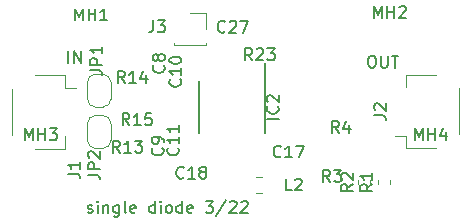
<source format=gto>
G04 #@! TF.GenerationSoftware,KiCad,Pcbnew,(5.1.5-0)*
G04 #@! TF.CreationDate,2022-04-01T08:47:15-06:00*
G04 #@! TF.ProjectId,two-wire-single,74776f2d-7769-4726-952d-73696e676c65,rev?*
G04 #@! TF.SameCoordinates,Original*
G04 #@! TF.FileFunction,Legend,Top*
G04 #@! TF.FilePolarity,Positive*
%FSLAX46Y46*%
G04 Gerber Fmt 4.6, Leading zero omitted, Abs format (unit mm)*
G04 Created by KiCad (PCBNEW (5.1.5-0)) date 2022-04-01 08:47:15*
%MOMM*%
%LPD*%
G04 APERTURE LIST*
%ADD10C,0.150000*%
%ADD11C,0.120000*%
G04 APERTURE END LIST*
D10*
X106964285Y-99054761D02*
X107059523Y-99102380D01*
X107250000Y-99102380D01*
X107345238Y-99054761D01*
X107392857Y-98959523D01*
X107392857Y-98911904D01*
X107345238Y-98816666D01*
X107250000Y-98769047D01*
X107107142Y-98769047D01*
X107011904Y-98721428D01*
X106964285Y-98626190D01*
X106964285Y-98578571D01*
X107011904Y-98483333D01*
X107107142Y-98435714D01*
X107250000Y-98435714D01*
X107345238Y-98483333D01*
X107821428Y-99102380D02*
X107821428Y-98435714D01*
X107821428Y-98102380D02*
X107773809Y-98150000D01*
X107821428Y-98197619D01*
X107869047Y-98150000D01*
X107821428Y-98102380D01*
X107821428Y-98197619D01*
X108297619Y-98435714D02*
X108297619Y-99102380D01*
X108297619Y-98530952D02*
X108345238Y-98483333D01*
X108440476Y-98435714D01*
X108583333Y-98435714D01*
X108678571Y-98483333D01*
X108726190Y-98578571D01*
X108726190Y-99102380D01*
X109630952Y-98435714D02*
X109630952Y-99245238D01*
X109583333Y-99340476D01*
X109535714Y-99388095D01*
X109440476Y-99435714D01*
X109297619Y-99435714D01*
X109202380Y-99388095D01*
X109630952Y-99054761D02*
X109535714Y-99102380D01*
X109345238Y-99102380D01*
X109250000Y-99054761D01*
X109202380Y-99007142D01*
X109154761Y-98911904D01*
X109154761Y-98626190D01*
X109202380Y-98530952D01*
X109250000Y-98483333D01*
X109345238Y-98435714D01*
X109535714Y-98435714D01*
X109630952Y-98483333D01*
X110250000Y-99102380D02*
X110154761Y-99054761D01*
X110107142Y-98959523D01*
X110107142Y-98102380D01*
X111011904Y-99054761D02*
X110916666Y-99102380D01*
X110726190Y-99102380D01*
X110630952Y-99054761D01*
X110583333Y-98959523D01*
X110583333Y-98578571D01*
X110630952Y-98483333D01*
X110726190Y-98435714D01*
X110916666Y-98435714D01*
X111011904Y-98483333D01*
X111059523Y-98578571D01*
X111059523Y-98673809D01*
X110583333Y-98769047D01*
X112678571Y-99102380D02*
X112678571Y-98102380D01*
X112678571Y-99054761D02*
X112583333Y-99102380D01*
X112392857Y-99102380D01*
X112297619Y-99054761D01*
X112250000Y-99007142D01*
X112202380Y-98911904D01*
X112202380Y-98626190D01*
X112250000Y-98530952D01*
X112297619Y-98483333D01*
X112392857Y-98435714D01*
X112583333Y-98435714D01*
X112678571Y-98483333D01*
X113154761Y-99102380D02*
X113154761Y-98435714D01*
X113154761Y-98102380D02*
X113107142Y-98150000D01*
X113154761Y-98197619D01*
X113202380Y-98150000D01*
X113154761Y-98102380D01*
X113154761Y-98197619D01*
X113773809Y-99102380D02*
X113678571Y-99054761D01*
X113630952Y-99007142D01*
X113583333Y-98911904D01*
X113583333Y-98626190D01*
X113630952Y-98530952D01*
X113678571Y-98483333D01*
X113773809Y-98435714D01*
X113916666Y-98435714D01*
X114011904Y-98483333D01*
X114059523Y-98530952D01*
X114107142Y-98626190D01*
X114107142Y-98911904D01*
X114059523Y-99007142D01*
X114011904Y-99054761D01*
X113916666Y-99102380D01*
X113773809Y-99102380D01*
X114964285Y-99102380D02*
X114964285Y-98102380D01*
X114964285Y-99054761D02*
X114869047Y-99102380D01*
X114678571Y-99102380D01*
X114583333Y-99054761D01*
X114535714Y-99007142D01*
X114488095Y-98911904D01*
X114488095Y-98626190D01*
X114535714Y-98530952D01*
X114583333Y-98483333D01*
X114678571Y-98435714D01*
X114869047Y-98435714D01*
X114964285Y-98483333D01*
X115821428Y-99054761D02*
X115726190Y-99102380D01*
X115535714Y-99102380D01*
X115440476Y-99054761D01*
X115392857Y-98959523D01*
X115392857Y-98578571D01*
X115440476Y-98483333D01*
X115535714Y-98435714D01*
X115726190Y-98435714D01*
X115821428Y-98483333D01*
X115869047Y-98578571D01*
X115869047Y-98673809D01*
X115392857Y-98769047D01*
X116964285Y-98102380D02*
X117583333Y-98102380D01*
X117250000Y-98483333D01*
X117392857Y-98483333D01*
X117488095Y-98530952D01*
X117535714Y-98578571D01*
X117583333Y-98673809D01*
X117583333Y-98911904D01*
X117535714Y-99007142D01*
X117488095Y-99054761D01*
X117392857Y-99102380D01*
X117107142Y-99102380D01*
X117011904Y-99054761D01*
X116964285Y-99007142D01*
X118726190Y-98054761D02*
X117869047Y-99340476D01*
X119011904Y-98197619D02*
X119059523Y-98150000D01*
X119154761Y-98102380D01*
X119392857Y-98102380D01*
X119488095Y-98150000D01*
X119535714Y-98197619D01*
X119583333Y-98292857D01*
X119583333Y-98388095D01*
X119535714Y-98530952D01*
X118964285Y-99102380D01*
X119583333Y-99102380D01*
X119964285Y-98197619D02*
X120011904Y-98150000D01*
X120107142Y-98102380D01*
X120345238Y-98102380D01*
X120440476Y-98150000D01*
X120488095Y-98197619D01*
X120535714Y-98292857D01*
X120535714Y-98388095D01*
X120488095Y-98530952D01*
X119916666Y-99102380D01*
X120535714Y-99102380D01*
X130950000Y-85802380D02*
X131140476Y-85802380D01*
X131235714Y-85850000D01*
X131330952Y-85945238D01*
X131378571Y-86135714D01*
X131378571Y-86469047D01*
X131330952Y-86659523D01*
X131235714Y-86754761D01*
X131140476Y-86802380D01*
X130950000Y-86802380D01*
X130854761Y-86754761D01*
X130759523Y-86659523D01*
X130711904Y-86469047D01*
X130711904Y-86135714D01*
X130759523Y-85945238D01*
X130854761Y-85850000D01*
X130950000Y-85802380D01*
X131807142Y-85802380D02*
X131807142Y-86611904D01*
X131854761Y-86707142D01*
X131902380Y-86754761D01*
X131997619Y-86802380D01*
X132188095Y-86802380D01*
X132283333Y-86754761D01*
X132330952Y-86707142D01*
X132378571Y-86611904D01*
X132378571Y-85802380D01*
X132711904Y-85802380D02*
X133283333Y-85802380D01*
X132997619Y-86802380D02*
X132997619Y-85802380D01*
X105326190Y-86402380D02*
X105326190Y-85402380D01*
X105802380Y-86402380D02*
X105802380Y-85402380D01*
X106373809Y-86402380D01*
X106373809Y-85402380D01*
D11*
X115650000Y-82220000D02*
X116980000Y-82220000D01*
X116980000Y-82220000D02*
X116980000Y-83550000D01*
X116980000Y-84760000D02*
X116980000Y-84880000D01*
X114320000Y-84760000D02*
X114320000Y-84880000D01*
X114320000Y-84880000D02*
X116980000Y-84880000D01*
X138435000Y-92440000D02*
X138435000Y-88560000D01*
X133965000Y-87390000D02*
X133965000Y-88440000D01*
X136465000Y-87390000D02*
X133965000Y-87390000D01*
X133965000Y-92560000D02*
X132975000Y-92560000D01*
X133965000Y-93610000D02*
X133965000Y-92560000D01*
X136465000Y-93610000D02*
X133965000Y-93610000D01*
X130910000Y-96671267D02*
X130910000Y-96328733D01*
X129890000Y-96671267D02*
X129890000Y-96328733D01*
X132560000Y-96671267D02*
X132560000Y-96328733D01*
X131540000Y-96671267D02*
X131540000Y-96328733D01*
X108950000Y-91550000D02*
X108950000Y-92950000D01*
X108250000Y-93650000D02*
X107650000Y-93650000D01*
X106950000Y-92950000D02*
X106950000Y-91550000D01*
X107650000Y-90850000D02*
X108250000Y-90850000D01*
X108250000Y-90850000D02*
G75*
G02X108950000Y-91550000I0J-700000D01*
G01*
X106950000Y-91550000D02*
G75*
G02X107650000Y-90850000I700000J0D01*
G01*
X107650000Y-93650000D02*
G75*
G02X106950000Y-92950000I0J700000D01*
G01*
X108950000Y-92950000D02*
G75*
G02X108250000Y-93650000I-700000J0D01*
G01*
X108950000Y-88050000D02*
X108950000Y-89450000D01*
X108250000Y-90150000D02*
X107650000Y-90150000D01*
X106950000Y-89450000D02*
X106950000Y-88050000D01*
X107650000Y-87350000D02*
X108250000Y-87350000D01*
X108250000Y-87350000D02*
G75*
G02X108950000Y-88050000I0J-700000D01*
G01*
X106950000Y-88050000D02*
G75*
G02X107650000Y-87350000I700000J0D01*
G01*
X107650000Y-90150000D02*
G75*
G02X106950000Y-89450000I0J700000D01*
G01*
X108950000Y-89450000D02*
G75*
G02X108250000Y-90150000I-700000J0D01*
G01*
X100565000Y-88610000D02*
X100565000Y-92490000D01*
X105035000Y-93660000D02*
X105035000Y-92610000D01*
X102535000Y-93660000D02*
X105035000Y-93660000D01*
X105035000Y-88490000D02*
X106025000Y-88490000D01*
X105035000Y-87440000D02*
X105035000Y-88490000D01*
X102535000Y-87440000D02*
X105035000Y-87440000D01*
D10*
X121950000Y-86375000D02*
X121950000Y-92350000D01*
X116425000Y-87950000D02*
X116425000Y-92350000D01*
D11*
X121711252Y-96040000D02*
X121188748Y-96040000D01*
X121711252Y-97460000D02*
X121188748Y-97460000D01*
D10*
X128248333Y-92332380D02*
X127915000Y-91856190D01*
X127676904Y-92332380D02*
X127676904Y-91332380D01*
X128057857Y-91332380D01*
X128153095Y-91380000D01*
X128200714Y-91427619D01*
X128248333Y-91522857D01*
X128248333Y-91665714D01*
X128200714Y-91760952D01*
X128153095Y-91808571D01*
X128057857Y-91856190D01*
X127676904Y-91856190D01*
X129105476Y-91665714D02*
X129105476Y-92332380D01*
X128867380Y-91284761D02*
X128629285Y-91999047D01*
X129248333Y-91999047D01*
X127498333Y-96472380D02*
X127165000Y-95996190D01*
X126926904Y-96472380D02*
X126926904Y-95472380D01*
X127307857Y-95472380D01*
X127403095Y-95520000D01*
X127450714Y-95567619D01*
X127498333Y-95662857D01*
X127498333Y-95805714D01*
X127450714Y-95900952D01*
X127403095Y-95948571D01*
X127307857Y-95996190D01*
X126926904Y-95996190D01*
X127831666Y-95472380D02*
X128450714Y-95472380D01*
X128117380Y-95853333D01*
X128260238Y-95853333D01*
X128355476Y-95900952D01*
X128403095Y-95948571D01*
X128450714Y-96043809D01*
X128450714Y-96281904D01*
X128403095Y-96377142D01*
X128355476Y-96424761D01*
X128260238Y-96472380D01*
X127974523Y-96472380D01*
X127879285Y-96424761D01*
X127831666Y-96377142D01*
X112516666Y-82802380D02*
X112516666Y-83516666D01*
X112469047Y-83659523D01*
X112373809Y-83754761D01*
X112230952Y-83802380D01*
X112135714Y-83802380D01*
X112897619Y-82802380D02*
X113516666Y-82802380D01*
X113183333Y-83183333D01*
X113326190Y-83183333D01*
X113421428Y-83230952D01*
X113469047Y-83278571D01*
X113516666Y-83373809D01*
X113516666Y-83611904D01*
X113469047Y-83707142D01*
X113421428Y-83754761D01*
X113326190Y-83802380D01*
X113040476Y-83802380D01*
X112945238Y-83754761D01*
X112897619Y-83707142D01*
X131222380Y-90833333D02*
X131936666Y-90833333D01*
X132079523Y-90880952D01*
X132174761Y-90976190D01*
X132222380Y-91119047D01*
X132222380Y-91214285D01*
X131317619Y-90404761D02*
X131270000Y-90357142D01*
X131222380Y-90261904D01*
X131222380Y-90023809D01*
X131270000Y-89928571D01*
X131317619Y-89880952D01*
X131412857Y-89833333D01*
X131508095Y-89833333D01*
X131650952Y-89880952D01*
X132222380Y-90452380D01*
X132222380Y-89833333D01*
X129422380Y-96666666D02*
X128946190Y-97000000D01*
X129422380Y-97238095D02*
X128422380Y-97238095D01*
X128422380Y-96857142D01*
X128470000Y-96761904D01*
X128517619Y-96714285D01*
X128612857Y-96666666D01*
X128755714Y-96666666D01*
X128850952Y-96714285D01*
X128898571Y-96761904D01*
X128946190Y-96857142D01*
X128946190Y-97238095D01*
X128517619Y-96285714D02*
X128470000Y-96238095D01*
X128422380Y-96142857D01*
X128422380Y-95904761D01*
X128470000Y-95809523D01*
X128517619Y-95761904D01*
X128612857Y-95714285D01*
X128708095Y-95714285D01*
X128850952Y-95761904D01*
X129422380Y-96333333D01*
X129422380Y-95714285D01*
X131072380Y-96666666D02*
X130596190Y-97000000D01*
X131072380Y-97238095D02*
X130072380Y-97238095D01*
X130072380Y-96857142D01*
X130120000Y-96761904D01*
X130167619Y-96714285D01*
X130262857Y-96666666D01*
X130405714Y-96666666D01*
X130500952Y-96714285D01*
X130548571Y-96761904D01*
X130596190Y-96857142D01*
X130596190Y-97238095D01*
X131072380Y-95714285D02*
X131072380Y-96285714D01*
X131072380Y-96000000D02*
X130072380Y-96000000D01*
X130215238Y-96095238D01*
X130310476Y-96190476D01*
X130358095Y-96285714D01*
X105916666Y-82802380D02*
X105916666Y-81802380D01*
X106250000Y-82516666D01*
X106583333Y-81802380D01*
X106583333Y-82802380D01*
X107059523Y-82802380D02*
X107059523Y-81802380D01*
X107059523Y-82278571D02*
X107630952Y-82278571D01*
X107630952Y-82802380D02*
X107630952Y-81802380D01*
X108630952Y-82802380D02*
X108059523Y-82802380D01*
X108345238Y-82802380D02*
X108345238Y-81802380D01*
X108250000Y-81945238D01*
X108154761Y-82040476D01*
X108059523Y-82088095D01*
X131216666Y-82602380D02*
X131216666Y-81602380D01*
X131550000Y-82316666D01*
X131883333Y-81602380D01*
X131883333Y-82602380D01*
X132359523Y-82602380D02*
X132359523Y-81602380D01*
X132359523Y-82078571D02*
X132930952Y-82078571D01*
X132930952Y-82602380D02*
X132930952Y-81602380D01*
X133359523Y-81697619D02*
X133407142Y-81650000D01*
X133502380Y-81602380D01*
X133740476Y-81602380D01*
X133835714Y-81650000D01*
X133883333Y-81697619D01*
X133930952Y-81792857D01*
X133930952Y-81888095D01*
X133883333Y-82030952D01*
X133311904Y-82602380D01*
X133930952Y-82602380D01*
X101666666Y-92952380D02*
X101666666Y-91952380D01*
X102000000Y-92666666D01*
X102333333Y-91952380D01*
X102333333Y-92952380D01*
X102809523Y-92952380D02*
X102809523Y-91952380D01*
X102809523Y-92428571D02*
X103380952Y-92428571D01*
X103380952Y-92952380D02*
X103380952Y-91952380D01*
X103761904Y-91952380D02*
X104380952Y-91952380D01*
X104047619Y-92333333D01*
X104190476Y-92333333D01*
X104285714Y-92380952D01*
X104333333Y-92428571D01*
X104380952Y-92523809D01*
X104380952Y-92761904D01*
X104333333Y-92857142D01*
X104285714Y-92904761D01*
X104190476Y-92952380D01*
X103904761Y-92952380D01*
X103809523Y-92904761D01*
X103761904Y-92857142D01*
X134666666Y-92952380D02*
X134666666Y-91952380D01*
X135000000Y-92666666D01*
X135333333Y-91952380D01*
X135333333Y-92952380D01*
X135809523Y-92952380D02*
X135809523Y-91952380D01*
X135809523Y-92428571D02*
X136380952Y-92428571D01*
X136380952Y-92952380D02*
X136380952Y-91952380D01*
X137285714Y-92285714D02*
X137285714Y-92952380D01*
X137047619Y-91904761D02*
X136809523Y-92619047D01*
X137428571Y-92619047D01*
X107002380Y-95883333D02*
X107716666Y-95883333D01*
X107859523Y-95930952D01*
X107954761Y-96026190D01*
X108002380Y-96169047D01*
X108002380Y-96264285D01*
X108002380Y-95407142D02*
X107002380Y-95407142D01*
X107002380Y-95026190D01*
X107050000Y-94930952D01*
X107097619Y-94883333D01*
X107192857Y-94835714D01*
X107335714Y-94835714D01*
X107430952Y-94883333D01*
X107478571Y-94930952D01*
X107526190Y-95026190D01*
X107526190Y-95407142D01*
X107097619Y-94454761D02*
X107050000Y-94407142D01*
X107002380Y-94311904D01*
X107002380Y-94073809D01*
X107050000Y-93978571D01*
X107097619Y-93930952D01*
X107192857Y-93883333D01*
X107288095Y-93883333D01*
X107430952Y-93930952D01*
X108002380Y-94502380D01*
X108002380Y-93883333D01*
X107202380Y-87033333D02*
X107916666Y-87033333D01*
X108059523Y-87080952D01*
X108154761Y-87176190D01*
X108202380Y-87319047D01*
X108202380Y-87414285D01*
X108202380Y-86557142D02*
X107202380Y-86557142D01*
X107202380Y-86176190D01*
X107250000Y-86080952D01*
X107297619Y-86033333D01*
X107392857Y-85985714D01*
X107535714Y-85985714D01*
X107630952Y-86033333D01*
X107678571Y-86080952D01*
X107726190Y-86176190D01*
X107726190Y-86557142D01*
X108202380Y-85033333D02*
X108202380Y-85604761D01*
X108202380Y-85319047D02*
X107202380Y-85319047D01*
X107345238Y-85414285D01*
X107440476Y-85509523D01*
X107488095Y-85604761D01*
X120907142Y-86172380D02*
X120573809Y-85696190D01*
X120335714Y-86172380D02*
X120335714Y-85172380D01*
X120716666Y-85172380D01*
X120811904Y-85220000D01*
X120859523Y-85267619D01*
X120907142Y-85362857D01*
X120907142Y-85505714D01*
X120859523Y-85600952D01*
X120811904Y-85648571D01*
X120716666Y-85696190D01*
X120335714Y-85696190D01*
X121288095Y-85267619D02*
X121335714Y-85220000D01*
X121430952Y-85172380D01*
X121669047Y-85172380D01*
X121764285Y-85220000D01*
X121811904Y-85267619D01*
X121859523Y-85362857D01*
X121859523Y-85458095D01*
X121811904Y-85600952D01*
X121240476Y-86172380D01*
X121859523Y-86172380D01*
X122192857Y-85172380D02*
X122811904Y-85172380D01*
X122478571Y-85553333D01*
X122621428Y-85553333D01*
X122716666Y-85600952D01*
X122764285Y-85648571D01*
X122811904Y-85743809D01*
X122811904Y-85981904D01*
X122764285Y-86077142D01*
X122716666Y-86124761D01*
X122621428Y-86172380D01*
X122335714Y-86172380D01*
X122240476Y-86124761D01*
X122192857Y-86077142D01*
X110507142Y-91672380D02*
X110173809Y-91196190D01*
X109935714Y-91672380D02*
X109935714Y-90672380D01*
X110316666Y-90672380D01*
X110411904Y-90720000D01*
X110459523Y-90767619D01*
X110507142Y-90862857D01*
X110507142Y-91005714D01*
X110459523Y-91100952D01*
X110411904Y-91148571D01*
X110316666Y-91196190D01*
X109935714Y-91196190D01*
X111459523Y-91672380D02*
X110888095Y-91672380D01*
X111173809Y-91672380D02*
X111173809Y-90672380D01*
X111078571Y-90815238D01*
X110983333Y-90910476D01*
X110888095Y-90958095D01*
X112364285Y-90672380D02*
X111888095Y-90672380D01*
X111840476Y-91148571D01*
X111888095Y-91100952D01*
X111983333Y-91053333D01*
X112221428Y-91053333D01*
X112316666Y-91100952D01*
X112364285Y-91148571D01*
X112411904Y-91243809D01*
X112411904Y-91481904D01*
X112364285Y-91577142D01*
X112316666Y-91624761D01*
X112221428Y-91672380D01*
X111983333Y-91672380D01*
X111888095Y-91624761D01*
X111840476Y-91577142D01*
X110107142Y-88102380D02*
X109773809Y-87626190D01*
X109535714Y-88102380D02*
X109535714Y-87102380D01*
X109916666Y-87102380D01*
X110011904Y-87150000D01*
X110059523Y-87197619D01*
X110107142Y-87292857D01*
X110107142Y-87435714D01*
X110059523Y-87530952D01*
X110011904Y-87578571D01*
X109916666Y-87626190D01*
X109535714Y-87626190D01*
X111059523Y-88102380D02*
X110488095Y-88102380D01*
X110773809Y-88102380D02*
X110773809Y-87102380D01*
X110678571Y-87245238D01*
X110583333Y-87340476D01*
X110488095Y-87388095D01*
X111916666Y-87435714D02*
X111916666Y-88102380D01*
X111678571Y-87054761D02*
X111440476Y-87769047D01*
X112059523Y-87769047D01*
X109707142Y-94002380D02*
X109373809Y-93526190D01*
X109135714Y-94002380D02*
X109135714Y-93002380D01*
X109516666Y-93002380D01*
X109611904Y-93050000D01*
X109659523Y-93097619D01*
X109707142Y-93192857D01*
X109707142Y-93335714D01*
X109659523Y-93430952D01*
X109611904Y-93478571D01*
X109516666Y-93526190D01*
X109135714Y-93526190D01*
X110659523Y-94002380D02*
X110088095Y-94002380D01*
X110373809Y-94002380D02*
X110373809Y-93002380D01*
X110278571Y-93145238D01*
X110183333Y-93240476D01*
X110088095Y-93288095D01*
X110992857Y-93002380D02*
X111611904Y-93002380D01*
X111278571Y-93383333D01*
X111421428Y-93383333D01*
X111516666Y-93430952D01*
X111564285Y-93478571D01*
X111611904Y-93573809D01*
X111611904Y-93811904D01*
X111564285Y-93907142D01*
X111516666Y-93954761D01*
X111421428Y-94002380D01*
X111135714Y-94002380D01*
X111040476Y-93954761D01*
X110992857Y-93907142D01*
X118607142Y-83737142D02*
X118559523Y-83784761D01*
X118416666Y-83832380D01*
X118321428Y-83832380D01*
X118178571Y-83784761D01*
X118083333Y-83689523D01*
X118035714Y-83594285D01*
X117988095Y-83403809D01*
X117988095Y-83260952D01*
X118035714Y-83070476D01*
X118083333Y-82975238D01*
X118178571Y-82880000D01*
X118321428Y-82832380D01*
X118416666Y-82832380D01*
X118559523Y-82880000D01*
X118607142Y-82927619D01*
X118988095Y-82927619D02*
X119035714Y-82880000D01*
X119130952Y-82832380D01*
X119369047Y-82832380D01*
X119464285Y-82880000D01*
X119511904Y-82927619D01*
X119559523Y-83022857D01*
X119559523Y-83118095D01*
X119511904Y-83260952D01*
X118940476Y-83832380D01*
X119559523Y-83832380D01*
X119892857Y-82832380D02*
X120559523Y-82832380D01*
X120130952Y-83832380D01*
X115107142Y-96107142D02*
X115059523Y-96154761D01*
X114916666Y-96202380D01*
X114821428Y-96202380D01*
X114678571Y-96154761D01*
X114583333Y-96059523D01*
X114535714Y-95964285D01*
X114488095Y-95773809D01*
X114488095Y-95630952D01*
X114535714Y-95440476D01*
X114583333Y-95345238D01*
X114678571Y-95250000D01*
X114821428Y-95202380D01*
X114916666Y-95202380D01*
X115059523Y-95250000D01*
X115107142Y-95297619D01*
X116059523Y-96202380D02*
X115488095Y-96202380D01*
X115773809Y-96202380D02*
X115773809Y-95202380D01*
X115678571Y-95345238D01*
X115583333Y-95440476D01*
X115488095Y-95488095D01*
X116630952Y-95630952D02*
X116535714Y-95583333D01*
X116488095Y-95535714D01*
X116440476Y-95440476D01*
X116440476Y-95392857D01*
X116488095Y-95297619D01*
X116535714Y-95250000D01*
X116630952Y-95202380D01*
X116821428Y-95202380D01*
X116916666Y-95250000D01*
X116964285Y-95297619D01*
X117011904Y-95392857D01*
X117011904Y-95440476D01*
X116964285Y-95535714D01*
X116916666Y-95583333D01*
X116821428Y-95630952D01*
X116630952Y-95630952D01*
X116535714Y-95678571D01*
X116488095Y-95726190D01*
X116440476Y-95821428D01*
X116440476Y-96011904D01*
X116488095Y-96107142D01*
X116535714Y-96154761D01*
X116630952Y-96202380D01*
X116821428Y-96202380D01*
X116916666Y-96154761D01*
X116964285Y-96107142D01*
X117011904Y-96011904D01*
X117011904Y-95821428D01*
X116964285Y-95726190D01*
X116916666Y-95678571D01*
X116821428Y-95630952D01*
X123332142Y-94307142D02*
X123284523Y-94354761D01*
X123141666Y-94402380D01*
X123046428Y-94402380D01*
X122903571Y-94354761D01*
X122808333Y-94259523D01*
X122760714Y-94164285D01*
X122713095Y-93973809D01*
X122713095Y-93830952D01*
X122760714Y-93640476D01*
X122808333Y-93545238D01*
X122903571Y-93450000D01*
X123046428Y-93402380D01*
X123141666Y-93402380D01*
X123284523Y-93450000D01*
X123332142Y-93497619D01*
X124284523Y-94402380D02*
X123713095Y-94402380D01*
X123998809Y-94402380D02*
X123998809Y-93402380D01*
X123903571Y-93545238D01*
X123808333Y-93640476D01*
X123713095Y-93688095D01*
X124617857Y-93402380D02*
X125284523Y-93402380D01*
X124855952Y-94402380D01*
X114607142Y-93592857D02*
X114654761Y-93640476D01*
X114702380Y-93783333D01*
X114702380Y-93878571D01*
X114654761Y-94021428D01*
X114559523Y-94116666D01*
X114464285Y-94164285D01*
X114273809Y-94211904D01*
X114130952Y-94211904D01*
X113940476Y-94164285D01*
X113845238Y-94116666D01*
X113750000Y-94021428D01*
X113702380Y-93878571D01*
X113702380Y-93783333D01*
X113750000Y-93640476D01*
X113797619Y-93592857D01*
X114702380Y-92640476D02*
X114702380Y-93211904D01*
X114702380Y-92926190D02*
X113702380Y-92926190D01*
X113845238Y-93021428D01*
X113940476Y-93116666D01*
X113988095Y-93211904D01*
X114702380Y-91688095D02*
X114702380Y-92259523D01*
X114702380Y-91973809D02*
X113702380Y-91973809D01*
X113845238Y-92069047D01*
X113940476Y-92164285D01*
X113988095Y-92259523D01*
X114807142Y-87792857D02*
X114854761Y-87840476D01*
X114902380Y-87983333D01*
X114902380Y-88078571D01*
X114854761Y-88221428D01*
X114759523Y-88316666D01*
X114664285Y-88364285D01*
X114473809Y-88411904D01*
X114330952Y-88411904D01*
X114140476Y-88364285D01*
X114045238Y-88316666D01*
X113950000Y-88221428D01*
X113902380Y-88078571D01*
X113902380Y-87983333D01*
X113950000Y-87840476D01*
X113997619Y-87792857D01*
X114902380Y-86840476D02*
X114902380Y-87411904D01*
X114902380Y-87126190D02*
X113902380Y-87126190D01*
X114045238Y-87221428D01*
X114140476Y-87316666D01*
X114188095Y-87411904D01*
X113902380Y-86221428D02*
X113902380Y-86126190D01*
X113950000Y-86030952D01*
X113997619Y-85983333D01*
X114092857Y-85935714D01*
X114283333Y-85888095D01*
X114521428Y-85888095D01*
X114711904Y-85935714D01*
X114807142Y-85983333D01*
X114854761Y-86030952D01*
X114902380Y-86126190D01*
X114902380Y-86221428D01*
X114854761Y-86316666D01*
X114807142Y-86364285D01*
X114711904Y-86411904D01*
X114521428Y-86459523D01*
X114283333Y-86459523D01*
X114092857Y-86411904D01*
X113997619Y-86364285D01*
X113950000Y-86316666D01*
X113902380Y-86221428D01*
X113307142Y-93616666D02*
X113354761Y-93664285D01*
X113402380Y-93807142D01*
X113402380Y-93902380D01*
X113354761Y-94045238D01*
X113259523Y-94140476D01*
X113164285Y-94188095D01*
X112973809Y-94235714D01*
X112830952Y-94235714D01*
X112640476Y-94188095D01*
X112545238Y-94140476D01*
X112450000Y-94045238D01*
X112402380Y-93902380D01*
X112402380Y-93807142D01*
X112450000Y-93664285D01*
X112497619Y-93616666D01*
X113402380Y-93140476D02*
X113402380Y-92950000D01*
X113354761Y-92854761D01*
X113307142Y-92807142D01*
X113164285Y-92711904D01*
X112973809Y-92664285D01*
X112592857Y-92664285D01*
X112497619Y-92711904D01*
X112450000Y-92759523D01*
X112402380Y-92854761D01*
X112402380Y-93045238D01*
X112450000Y-93140476D01*
X112497619Y-93188095D01*
X112592857Y-93235714D01*
X112830952Y-93235714D01*
X112926190Y-93188095D01*
X112973809Y-93140476D01*
X113021428Y-93045238D01*
X113021428Y-92854761D01*
X112973809Y-92759523D01*
X112926190Y-92711904D01*
X112830952Y-92664285D01*
X113407142Y-86616666D02*
X113454761Y-86664285D01*
X113502380Y-86807142D01*
X113502380Y-86902380D01*
X113454761Y-87045238D01*
X113359523Y-87140476D01*
X113264285Y-87188095D01*
X113073809Y-87235714D01*
X112930952Y-87235714D01*
X112740476Y-87188095D01*
X112645238Y-87140476D01*
X112550000Y-87045238D01*
X112502380Y-86902380D01*
X112502380Y-86807142D01*
X112550000Y-86664285D01*
X112597619Y-86616666D01*
X112930952Y-86045238D02*
X112883333Y-86140476D01*
X112835714Y-86188095D01*
X112740476Y-86235714D01*
X112692857Y-86235714D01*
X112597619Y-86188095D01*
X112550000Y-86140476D01*
X112502380Y-86045238D01*
X112502380Y-85854761D01*
X112550000Y-85759523D01*
X112597619Y-85711904D01*
X112692857Y-85664285D01*
X112740476Y-85664285D01*
X112835714Y-85711904D01*
X112883333Y-85759523D01*
X112930952Y-85854761D01*
X112930952Y-86045238D01*
X112978571Y-86140476D01*
X113026190Y-86188095D01*
X113121428Y-86235714D01*
X113311904Y-86235714D01*
X113407142Y-86188095D01*
X113454761Y-86140476D01*
X113502380Y-86045238D01*
X113502380Y-85854761D01*
X113454761Y-85759523D01*
X113407142Y-85711904D01*
X113311904Y-85664285D01*
X113121428Y-85664285D01*
X113026190Y-85711904D01*
X112978571Y-85759523D01*
X112930952Y-85854761D01*
X105302380Y-95783333D02*
X106016666Y-95783333D01*
X106159523Y-95830952D01*
X106254761Y-95926190D01*
X106302380Y-96069047D01*
X106302380Y-96164285D01*
X106302380Y-94783333D02*
X106302380Y-95354761D01*
X106302380Y-95069047D02*
X105302380Y-95069047D01*
X105445238Y-95164285D01*
X105540476Y-95259523D01*
X105588095Y-95354761D01*
X123152380Y-91126190D02*
X122152380Y-91126190D01*
X123057142Y-90078571D02*
X123104761Y-90126190D01*
X123152380Y-90269047D01*
X123152380Y-90364285D01*
X123104761Y-90507142D01*
X123009523Y-90602380D01*
X122914285Y-90650000D01*
X122723809Y-90697619D01*
X122580952Y-90697619D01*
X122390476Y-90650000D01*
X122295238Y-90602380D01*
X122200000Y-90507142D01*
X122152380Y-90364285D01*
X122152380Y-90269047D01*
X122200000Y-90126190D01*
X122247619Y-90078571D01*
X122247619Y-89697619D02*
X122200000Y-89650000D01*
X122152380Y-89554761D01*
X122152380Y-89316666D01*
X122200000Y-89221428D01*
X122247619Y-89173809D01*
X122342857Y-89126190D01*
X122438095Y-89126190D01*
X122580952Y-89173809D01*
X123152380Y-89745238D01*
X123152380Y-89126190D01*
X124258333Y-97202380D02*
X123782142Y-97202380D01*
X123782142Y-96202380D01*
X124544047Y-96297619D02*
X124591666Y-96250000D01*
X124686904Y-96202380D01*
X124925000Y-96202380D01*
X125020238Y-96250000D01*
X125067857Y-96297619D01*
X125115476Y-96392857D01*
X125115476Y-96488095D01*
X125067857Y-96630952D01*
X124496428Y-97202380D01*
X125115476Y-97202380D01*
M02*

</source>
